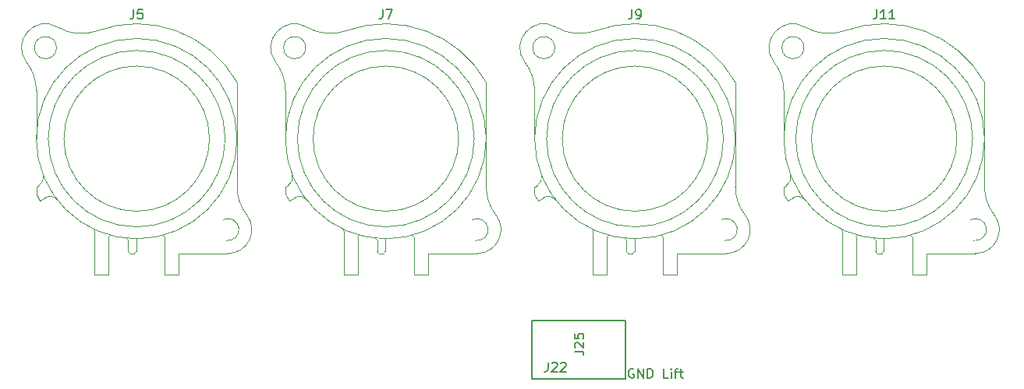
<source format=gbr>
%TF.GenerationSoftware,KiCad,Pcbnew,7.0.6*%
%TF.CreationDate,2023-11-23T12:56:36+01:00*%
%TF.ProjectId,xlrfemale,786c7266-656d-4616-9c65-2e6b69636164,1*%
%TF.SameCoordinates,Original*%
%TF.FileFunction,Legend,Top*%
%TF.FilePolarity,Positive*%
%FSLAX46Y46*%
G04 Gerber Fmt 4.6, Leading zero omitted, Abs format (unit mm)*
G04 Created by KiCad (PCBNEW 7.0.6) date 2023-11-23 12:56:36*
%MOMM*%
%LPD*%
G01*
G04 APERTURE LIST*
%ADD10C,0.150000*%
%ADD11C,0.120000*%
G04 APERTURE END LIST*
D10*
X147320000Y-111760000D02*
X157480000Y-111760000D01*
X157480000Y-118110000D01*
X147320000Y-118110000D01*
X147320000Y-111760000D01*
X158340588Y-117027438D02*
X158245350Y-116979819D01*
X158245350Y-116979819D02*
X158102493Y-116979819D01*
X158102493Y-116979819D02*
X157959636Y-117027438D01*
X157959636Y-117027438D02*
X157864398Y-117122676D01*
X157864398Y-117122676D02*
X157816779Y-117217914D01*
X157816779Y-117217914D02*
X157769160Y-117408390D01*
X157769160Y-117408390D02*
X157769160Y-117551247D01*
X157769160Y-117551247D02*
X157816779Y-117741723D01*
X157816779Y-117741723D02*
X157864398Y-117836961D01*
X157864398Y-117836961D02*
X157959636Y-117932200D01*
X157959636Y-117932200D02*
X158102493Y-117979819D01*
X158102493Y-117979819D02*
X158197731Y-117979819D01*
X158197731Y-117979819D02*
X158340588Y-117932200D01*
X158340588Y-117932200D02*
X158388207Y-117884580D01*
X158388207Y-117884580D02*
X158388207Y-117551247D01*
X158388207Y-117551247D02*
X158197731Y-117551247D01*
X158816779Y-117979819D02*
X158816779Y-116979819D01*
X158816779Y-116979819D02*
X159388207Y-117979819D01*
X159388207Y-117979819D02*
X159388207Y-116979819D01*
X159864398Y-117979819D02*
X159864398Y-116979819D01*
X159864398Y-116979819D02*
X160102493Y-116979819D01*
X160102493Y-116979819D02*
X160245350Y-117027438D01*
X160245350Y-117027438D02*
X160340588Y-117122676D01*
X160340588Y-117122676D02*
X160388207Y-117217914D01*
X160388207Y-117217914D02*
X160435826Y-117408390D01*
X160435826Y-117408390D02*
X160435826Y-117551247D01*
X160435826Y-117551247D02*
X160388207Y-117741723D01*
X160388207Y-117741723D02*
X160340588Y-117836961D01*
X160340588Y-117836961D02*
X160245350Y-117932200D01*
X160245350Y-117932200D02*
X160102493Y-117979819D01*
X160102493Y-117979819D02*
X159864398Y-117979819D01*
X162102493Y-117979819D02*
X161626303Y-117979819D01*
X161626303Y-117979819D02*
X161626303Y-116979819D01*
X162435827Y-117979819D02*
X162435827Y-117313152D01*
X162435827Y-116979819D02*
X162388208Y-117027438D01*
X162388208Y-117027438D02*
X162435827Y-117075057D01*
X162435827Y-117075057D02*
X162483446Y-117027438D01*
X162483446Y-117027438D02*
X162435827Y-116979819D01*
X162435827Y-116979819D02*
X162435827Y-117075057D01*
X162769160Y-117313152D02*
X163150112Y-117313152D01*
X162912017Y-117979819D02*
X162912017Y-117122676D01*
X162912017Y-117122676D02*
X162959636Y-117027438D01*
X162959636Y-117027438D02*
X163054874Y-116979819D01*
X163054874Y-116979819D02*
X163150112Y-116979819D01*
X163340589Y-117313152D02*
X163721541Y-117313152D01*
X163483446Y-116979819D02*
X163483446Y-117836961D01*
X163483446Y-117836961D02*
X163531065Y-117932200D01*
X163531065Y-117932200D02*
X163626303Y-117979819D01*
X163626303Y-117979819D02*
X163721541Y-117979819D01*
X131110666Y-77902819D02*
X131110666Y-78617104D01*
X131110666Y-78617104D02*
X131063047Y-78759961D01*
X131063047Y-78759961D02*
X130967809Y-78855200D01*
X130967809Y-78855200D02*
X130824952Y-78902819D01*
X130824952Y-78902819D02*
X130729714Y-78902819D01*
X131491619Y-77902819D02*
X132158285Y-77902819D01*
X132158285Y-77902819D02*
X131729714Y-78902819D01*
X184734476Y-77902819D02*
X184734476Y-78617104D01*
X184734476Y-78617104D02*
X184686857Y-78759961D01*
X184686857Y-78759961D02*
X184591619Y-78855200D01*
X184591619Y-78855200D02*
X184448762Y-78902819D01*
X184448762Y-78902819D02*
X184353524Y-78902819D01*
X185734476Y-78902819D02*
X185163048Y-78902819D01*
X185448762Y-78902819D02*
X185448762Y-77902819D01*
X185448762Y-77902819D02*
X185353524Y-78045676D01*
X185353524Y-78045676D02*
X185258286Y-78140914D01*
X185258286Y-78140914D02*
X185163048Y-78188533D01*
X186686857Y-78902819D02*
X186115429Y-78902819D01*
X186401143Y-78902819D02*
X186401143Y-77902819D01*
X186401143Y-77902819D02*
X186305905Y-78045676D01*
X186305905Y-78045676D02*
X186210667Y-78140914D01*
X186210667Y-78140914D02*
X186115429Y-78188533D01*
X158160666Y-77902819D02*
X158160666Y-78617104D01*
X158160666Y-78617104D02*
X158113047Y-78759961D01*
X158113047Y-78759961D02*
X158017809Y-78855200D01*
X158017809Y-78855200D02*
X157874952Y-78902819D01*
X157874952Y-78902819D02*
X157779714Y-78902819D01*
X158684476Y-78902819D02*
X158874952Y-78902819D01*
X158874952Y-78902819D02*
X158970190Y-78855200D01*
X158970190Y-78855200D02*
X159017809Y-78807580D01*
X159017809Y-78807580D02*
X159113047Y-78664723D01*
X159113047Y-78664723D02*
X159160666Y-78474247D01*
X159160666Y-78474247D02*
X159160666Y-78093295D01*
X159160666Y-78093295D02*
X159113047Y-77998057D01*
X159113047Y-77998057D02*
X159065428Y-77950438D01*
X159065428Y-77950438D02*
X158970190Y-77902819D01*
X158970190Y-77902819D02*
X158779714Y-77902819D01*
X158779714Y-77902819D02*
X158684476Y-77950438D01*
X158684476Y-77950438D02*
X158636857Y-77998057D01*
X158636857Y-77998057D02*
X158589238Y-78093295D01*
X158589238Y-78093295D02*
X158589238Y-78331390D01*
X158589238Y-78331390D02*
X158636857Y-78426628D01*
X158636857Y-78426628D02*
X158684476Y-78474247D01*
X158684476Y-78474247D02*
X158779714Y-78521866D01*
X158779714Y-78521866D02*
X158970190Y-78521866D01*
X158970190Y-78521866D02*
X159065428Y-78474247D01*
X159065428Y-78474247D02*
X159113047Y-78426628D01*
X159113047Y-78426628D02*
X159160666Y-78331390D01*
X104060666Y-77902819D02*
X104060666Y-78617104D01*
X104060666Y-78617104D02*
X104013047Y-78759961D01*
X104013047Y-78759961D02*
X103917809Y-78855200D01*
X103917809Y-78855200D02*
X103774952Y-78902819D01*
X103774952Y-78902819D02*
X103679714Y-78902819D01*
X105013047Y-77902819D02*
X104536857Y-77902819D01*
X104536857Y-77902819D02*
X104489238Y-78379009D01*
X104489238Y-78379009D02*
X104536857Y-78331390D01*
X104536857Y-78331390D02*
X104632095Y-78283771D01*
X104632095Y-78283771D02*
X104870190Y-78283771D01*
X104870190Y-78283771D02*
X104965428Y-78331390D01*
X104965428Y-78331390D02*
X105013047Y-78379009D01*
X105013047Y-78379009D02*
X105060666Y-78474247D01*
X105060666Y-78474247D02*
X105060666Y-78712342D01*
X105060666Y-78712342D02*
X105013047Y-78807580D01*
X105013047Y-78807580D02*
X104965428Y-78855200D01*
X104965428Y-78855200D02*
X104870190Y-78902819D01*
X104870190Y-78902819D02*
X104632095Y-78902819D01*
X104632095Y-78902819D02*
X104536857Y-78855200D01*
X104536857Y-78855200D02*
X104489238Y-78807580D01*
X151924819Y-115109523D02*
X152639104Y-115109523D01*
X152639104Y-115109523D02*
X152781961Y-115157142D01*
X152781961Y-115157142D02*
X152877200Y-115252380D01*
X152877200Y-115252380D02*
X152924819Y-115395237D01*
X152924819Y-115395237D02*
X152924819Y-115490475D01*
X152020057Y-114680951D02*
X151972438Y-114633332D01*
X151972438Y-114633332D02*
X151924819Y-114538094D01*
X151924819Y-114538094D02*
X151924819Y-114299999D01*
X151924819Y-114299999D02*
X151972438Y-114204761D01*
X151972438Y-114204761D02*
X152020057Y-114157142D01*
X152020057Y-114157142D02*
X152115295Y-114109523D01*
X152115295Y-114109523D02*
X152210533Y-114109523D01*
X152210533Y-114109523D02*
X152353390Y-114157142D01*
X152353390Y-114157142D02*
X152924819Y-114728570D01*
X152924819Y-114728570D02*
X152924819Y-114109523D01*
X151924819Y-113204761D02*
X151924819Y-113680951D01*
X151924819Y-113680951D02*
X152401009Y-113728570D01*
X152401009Y-113728570D02*
X152353390Y-113680951D01*
X152353390Y-113680951D02*
X152305771Y-113585713D01*
X152305771Y-113585713D02*
X152305771Y-113347618D01*
X152305771Y-113347618D02*
X152353390Y-113252380D01*
X152353390Y-113252380D02*
X152401009Y-113204761D01*
X152401009Y-113204761D02*
X152496247Y-113157142D01*
X152496247Y-113157142D02*
X152734342Y-113157142D01*
X152734342Y-113157142D02*
X152829580Y-113204761D01*
X152829580Y-113204761D02*
X152877200Y-113252380D01*
X152877200Y-113252380D02*
X152924819Y-113347618D01*
X152924819Y-113347618D02*
X152924819Y-113585713D01*
X152924819Y-113585713D02*
X152877200Y-113680951D01*
X152877200Y-113680951D02*
X152829580Y-113728570D01*
X149050476Y-116294819D02*
X149050476Y-117009104D01*
X149050476Y-117009104D02*
X149002857Y-117151961D01*
X149002857Y-117151961D02*
X148907619Y-117247200D01*
X148907619Y-117247200D02*
X148764762Y-117294819D01*
X148764762Y-117294819D02*
X148669524Y-117294819D01*
X149479048Y-116390057D02*
X149526667Y-116342438D01*
X149526667Y-116342438D02*
X149621905Y-116294819D01*
X149621905Y-116294819D02*
X149860000Y-116294819D01*
X149860000Y-116294819D02*
X149955238Y-116342438D01*
X149955238Y-116342438D02*
X150002857Y-116390057D01*
X150002857Y-116390057D02*
X150050476Y-116485295D01*
X150050476Y-116485295D02*
X150050476Y-116580533D01*
X150050476Y-116580533D02*
X150002857Y-116723390D01*
X150002857Y-116723390D02*
X149431429Y-117294819D01*
X149431429Y-117294819D02*
X150050476Y-117294819D01*
X150431429Y-116390057D02*
X150479048Y-116342438D01*
X150479048Y-116342438D02*
X150574286Y-116294819D01*
X150574286Y-116294819D02*
X150812381Y-116294819D01*
X150812381Y-116294819D02*
X150907619Y-116342438D01*
X150907619Y-116342438D02*
X150955238Y-116390057D01*
X150955238Y-116390057D02*
X151002857Y-116485295D01*
X151002857Y-116485295D02*
X151002857Y-116580533D01*
X151002857Y-116580533D02*
X150955238Y-116723390D01*
X150955238Y-116723390D02*
X150383810Y-117294819D01*
X150383810Y-117294819D02*
X151002857Y-117294819D01*
D11*
%TO.C,J7*%
X120544000Y-91948000D02*
X120544000Y-86708000D01*
X120544000Y-97208000D02*
X120814000Y-97058000D01*
X120544000Y-98068000D02*
X120544000Y-97208000D01*
X120934000Y-98708000D02*
X120544000Y-98068000D01*
X121544000Y-98368000D02*
X120934000Y-98708000D01*
X126884000Y-101978000D02*
X126884000Y-106748000D01*
X128384000Y-106748000D02*
X126884000Y-106748000D01*
X128384000Y-106748000D02*
X128384000Y-102678000D01*
X130504000Y-102988000D02*
X130504000Y-104248000D01*
X131184000Y-104448000D02*
X130704000Y-104448000D01*
X131384000Y-102848000D02*
X131384000Y-104248000D01*
X134504000Y-102678000D02*
X134504000Y-102678000D01*
X134504000Y-106748000D02*
X134504000Y-102678000D01*
X136004000Y-104448000D02*
X141344000Y-104448000D01*
X136004000Y-106748000D02*
X134504000Y-106748000D01*
X136004000Y-106748000D02*
X136004000Y-104448000D01*
X142344000Y-97188000D02*
X142344000Y-85828000D01*
X120544000Y-86708000D02*
G75*
G03*
X119487311Y-83630431I-5009993J2D01*
G01*
X122874000Y-79818001D02*
G75*
G03*
X119492021Y-83638968I-1330000J-2229999D01*
G01*
X120814000Y-97057999D02*
G75*
G03*
X121284785Y-95899372I-480000J869999D01*
G01*
X122841798Y-98641832D02*
G75*
G03*
X121544000Y-98368000I-807798J-616169D01*
G01*
X126884000Y-101978000D02*
G75*
G03*
X126817636Y-101818864I-199996J10002D01*
G01*
X142344000Y-85828000D02*
G75*
G03*
X127124950Y-80217263I-10899999J-6119998D01*
G01*
X122874000Y-79818000D02*
G75*
G03*
X127135919Y-80214158I2550000J4310003D01*
G01*
X128575697Y-102468798D02*
G75*
G03*
X128384000Y-102678000I18304J-209202D01*
G01*
X130503999Y-102988000D02*
G75*
G03*
X130345582Y-102792371I-200001J-1D01*
G01*
X130504000Y-104248000D02*
G75*
G03*
X130704000Y-104448000I200001J1D01*
G01*
X131184000Y-104448000D02*
G75*
G03*
X131384000Y-104248000I-1J200001D01*
G01*
X134503999Y-102678000D02*
G75*
G03*
X134304991Y-102468289I-209999J0D01*
G01*
X141174000Y-103037999D02*
G75*
G03*
X140838454Y-100757394I170000J1189999D01*
G01*
X141344000Y-104448000D02*
G75*
G03*
X143395619Y-100250858I0J2600000D01*
G01*
X142344000Y-97188000D02*
G75*
G03*
X143396470Y-100253283I4990000J0D01*
G01*
X122744000Y-82048000D02*
G75*
G03*
X122744000Y-82048000I-1200000J0D01*
G01*
X139344000Y-91948000D02*
G75*
G03*
X139344000Y-91948000I-7900000J0D01*
G01*
X141044000Y-91948000D02*
G75*
G03*
X141044000Y-91948000I-9600000J0D01*
G01*
X142344000Y-91948000D02*
G75*
G03*
X142344000Y-91948000I-10900000J0D01*
G01*
%TO.C,J11*%
X174644000Y-91948000D02*
X174644000Y-86708000D01*
X174644000Y-97208000D02*
X174914000Y-97058000D01*
X174644000Y-98068000D02*
X174644000Y-97208000D01*
X175034000Y-98708000D02*
X174644000Y-98068000D01*
X175644000Y-98368000D02*
X175034000Y-98708000D01*
X180984000Y-101978000D02*
X180984000Y-106748000D01*
X182484000Y-106748000D02*
X180984000Y-106748000D01*
X182484000Y-106748000D02*
X182484000Y-102678000D01*
X184604000Y-102988000D02*
X184604000Y-104248000D01*
X185284000Y-104448000D02*
X184804000Y-104448000D01*
X185484000Y-102848000D02*
X185484000Y-104248000D01*
X188604000Y-102678000D02*
X188604000Y-102678000D01*
X188604000Y-106748000D02*
X188604000Y-102678000D01*
X190104000Y-104448000D02*
X195444000Y-104448000D01*
X190104000Y-106748000D02*
X188604000Y-106748000D01*
X190104000Y-106748000D02*
X190104000Y-104448000D01*
X196444000Y-97188000D02*
X196444000Y-85828000D01*
X174644000Y-86708000D02*
G75*
G03*
X173587311Y-83630431I-5009993J2D01*
G01*
X176974000Y-79818001D02*
G75*
G03*
X173592021Y-83638968I-1330000J-2229999D01*
G01*
X174914000Y-97057999D02*
G75*
G03*
X175384785Y-95899372I-480000J869999D01*
G01*
X176941798Y-98641832D02*
G75*
G03*
X175644000Y-98368000I-807798J-616169D01*
G01*
X180984000Y-101978000D02*
G75*
G03*
X180917636Y-101818864I-199996J10002D01*
G01*
X196444000Y-85828000D02*
G75*
G03*
X181224950Y-80217263I-10899999J-6119998D01*
G01*
X176974000Y-79818000D02*
G75*
G03*
X181235919Y-80214158I2550000J4310003D01*
G01*
X182675697Y-102468798D02*
G75*
G03*
X182484000Y-102678000I18304J-209202D01*
G01*
X184603999Y-102988000D02*
G75*
G03*
X184445582Y-102792371I-200001J-1D01*
G01*
X184604000Y-104248000D02*
G75*
G03*
X184804000Y-104448000I200001J1D01*
G01*
X185284000Y-104448000D02*
G75*
G03*
X185484000Y-104248000I-1J200001D01*
G01*
X188603999Y-102678000D02*
G75*
G03*
X188404991Y-102468289I-209999J0D01*
G01*
X195274000Y-103037999D02*
G75*
G03*
X194938454Y-100757394I170000J1189999D01*
G01*
X195444000Y-104448000D02*
G75*
G03*
X197495619Y-100250858I0J2600000D01*
G01*
X196444000Y-97188000D02*
G75*
G03*
X197496470Y-100253283I4990000J0D01*
G01*
X176844000Y-82048000D02*
G75*
G03*
X176844000Y-82048000I-1200000J0D01*
G01*
X193444000Y-91948000D02*
G75*
G03*
X193444000Y-91948000I-7900000J0D01*
G01*
X195144000Y-91948000D02*
G75*
G03*
X195144000Y-91948000I-9600000J0D01*
G01*
X196444000Y-91948000D02*
G75*
G03*
X196444000Y-91948000I-10900000J0D01*
G01*
%TO.C,J9*%
X147594000Y-91948000D02*
X147594000Y-86708000D01*
X147594000Y-97208000D02*
X147864000Y-97058000D01*
X147594000Y-98068000D02*
X147594000Y-97208000D01*
X147984000Y-98708000D02*
X147594000Y-98068000D01*
X148594000Y-98368000D02*
X147984000Y-98708000D01*
X153934000Y-101978000D02*
X153934000Y-106748000D01*
X155434000Y-106748000D02*
X153934000Y-106748000D01*
X155434000Y-106748000D02*
X155434000Y-102678000D01*
X157554000Y-102988000D02*
X157554000Y-104248000D01*
X158234000Y-104448000D02*
X157754000Y-104448000D01*
X158434000Y-102848000D02*
X158434000Y-104248000D01*
X161554000Y-102678000D02*
X161554000Y-102678000D01*
X161554000Y-106748000D02*
X161554000Y-102678000D01*
X163054000Y-104448000D02*
X168394000Y-104448000D01*
X163054000Y-106748000D02*
X161554000Y-106748000D01*
X163054000Y-106748000D02*
X163054000Y-104448000D01*
X169394000Y-97188000D02*
X169394000Y-85828000D01*
X147594000Y-86708000D02*
G75*
G03*
X146537311Y-83630431I-5009993J2D01*
G01*
X149924000Y-79818001D02*
G75*
G03*
X146542021Y-83638968I-1330000J-2229999D01*
G01*
X147864000Y-97057999D02*
G75*
G03*
X148334785Y-95899372I-480000J869999D01*
G01*
X149891798Y-98641832D02*
G75*
G03*
X148594000Y-98368000I-807798J-616169D01*
G01*
X153934000Y-101978000D02*
G75*
G03*
X153867636Y-101818864I-199996J10002D01*
G01*
X169394000Y-85828000D02*
G75*
G03*
X154174950Y-80217263I-10899999J-6119998D01*
G01*
X149924000Y-79818000D02*
G75*
G03*
X154185919Y-80214158I2550000J4310003D01*
G01*
X155625697Y-102468798D02*
G75*
G03*
X155434000Y-102678000I18304J-209202D01*
G01*
X157553999Y-102988000D02*
G75*
G03*
X157395582Y-102792371I-200001J-1D01*
G01*
X157554000Y-104248000D02*
G75*
G03*
X157754000Y-104448000I200001J1D01*
G01*
X158234000Y-104448000D02*
G75*
G03*
X158434000Y-104248000I-1J200001D01*
G01*
X161553999Y-102678000D02*
G75*
G03*
X161354991Y-102468289I-209999J0D01*
G01*
X168224000Y-103037999D02*
G75*
G03*
X167888454Y-100757394I170000J1189999D01*
G01*
X168394000Y-104448000D02*
G75*
G03*
X170445619Y-100250858I0J2600000D01*
G01*
X169394000Y-97188000D02*
G75*
G03*
X170446470Y-100253283I4990000J0D01*
G01*
X149794000Y-82048000D02*
G75*
G03*
X149794000Y-82048000I-1200000J0D01*
G01*
X166394000Y-91948000D02*
G75*
G03*
X166394000Y-91948000I-7900000J0D01*
G01*
X168094000Y-91948000D02*
G75*
G03*
X168094000Y-91948000I-9600000J0D01*
G01*
X169394000Y-91948000D02*
G75*
G03*
X169394000Y-91948000I-10900000J0D01*
G01*
%TO.C,J5*%
X93494000Y-91948000D02*
X93494000Y-86708000D01*
X93494000Y-97208000D02*
X93764000Y-97058000D01*
X93494000Y-98068000D02*
X93494000Y-97208000D01*
X93884000Y-98708000D02*
X93494000Y-98068000D01*
X94494000Y-98368000D02*
X93884000Y-98708000D01*
X99834000Y-101978000D02*
X99834000Y-106748000D01*
X101334000Y-106748000D02*
X99834000Y-106748000D01*
X101334000Y-106748000D02*
X101334000Y-102678000D01*
X103454000Y-102988000D02*
X103454000Y-104248000D01*
X104134000Y-104448000D02*
X103654000Y-104448000D01*
X104334000Y-102848000D02*
X104334000Y-104248000D01*
X107454000Y-102678000D02*
X107454000Y-102678000D01*
X107454000Y-106748000D02*
X107454000Y-102678000D01*
X108954000Y-104448000D02*
X114294000Y-104448000D01*
X108954000Y-106748000D02*
X107454000Y-106748000D01*
X108954000Y-106748000D02*
X108954000Y-104448000D01*
X115294000Y-97188000D02*
X115294000Y-85828000D01*
X93494000Y-86708000D02*
G75*
G03*
X92437311Y-83630431I-5009993J2D01*
G01*
X95824000Y-79818001D02*
G75*
G03*
X92442021Y-83638968I-1330000J-2229999D01*
G01*
X93764000Y-97057999D02*
G75*
G03*
X94234785Y-95899372I-480000J869999D01*
G01*
X95791798Y-98641832D02*
G75*
G03*
X94494000Y-98368000I-807798J-616169D01*
G01*
X99834000Y-101978000D02*
G75*
G03*
X99767636Y-101818864I-199996J10002D01*
G01*
X115294000Y-85828000D02*
G75*
G03*
X100074950Y-80217263I-10899999J-6119998D01*
G01*
X95824000Y-79818000D02*
G75*
G03*
X100085919Y-80214158I2550000J4310003D01*
G01*
X101525697Y-102468798D02*
G75*
G03*
X101334000Y-102678000I18304J-209202D01*
G01*
X103453999Y-102988000D02*
G75*
G03*
X103295582Y-102792371I-200001J-1D01*
G01*
X103454000Y-104248000D02*
G75*
G03*
X103654000Y-104448000I200001J1D01*
G01*
X104134000Y-104448000D02*
G75*
G03*
X104334000Y-104248000I-1J200001D01*
G01*
X107453999Y-102678000D02*
G75*
G03*
X107254991Y-102468289I-209999J0D01*
G01*
X114124000Y-103037999D02*
G75*
G03*
X113788454Y-100757394I170000J1189999D01*
G01*
X114294000Y-104448000D02*
G75*
G03*
X116345619Y-100250858I0J2600000D01*
G01*
X115294000Y-97188000D02*
G75*
G03*
X116346470Y-100253283I4990000J0D01*
G01*
X95694000Y-82048000D02*
G75*
G03*
X95694000Y-82048000I-1200000J0D01*
G01*
X112294000Y-91948000D02*
G75*
G03*
X112294000Y-91948000I-7900000J0D01*
G01*
X113994000Y-91948000D02*
G75*
G03*
X113994000Y-91948000I-9600000J0D01*
G01*
X115294000Y-91948000D02*
G75*
G03*
X115294000Y-91948000I-10900000J0D01*
G01*
%TD*%
M02*

</source>
